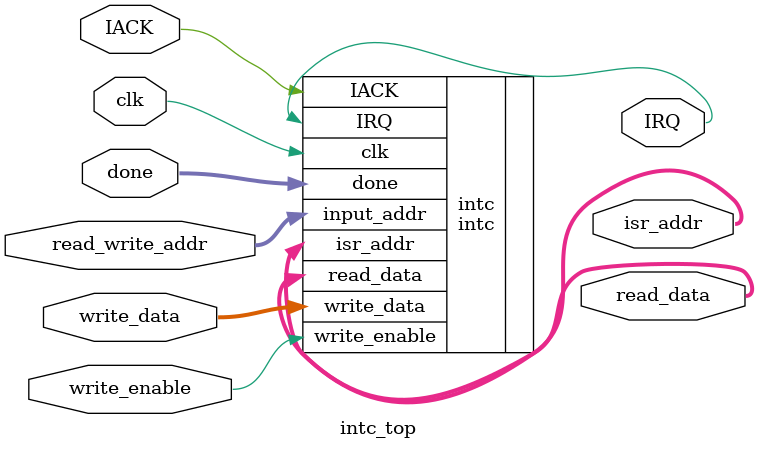
<source format=v>
module intc_top(
        input   wire [3:0] done,
        input   wire IACK,
        input   wire clk,
        input   wire [31:0] read_write_addr,
        input   wire write_enable,
        input   wire [31:0] write_data,
        output  wire [31:0] read_data, 
        output  wire IRQ,
        output  wire [31:0] isr_addr
    );
    
    
    intc intc(
        .done    (done),
        .input_addr (read_write_addr),
        .write_data (write_data),
        .write_enable (write_enable),
        .IACK    (IACK),
        .clk     (clk),
        .IRQ     (IRQ),
        .isr_addr    (isr_addr),
        .read_data (read_data)
    );
    
    // address vector table
    
    
    

endmodule

</source>
